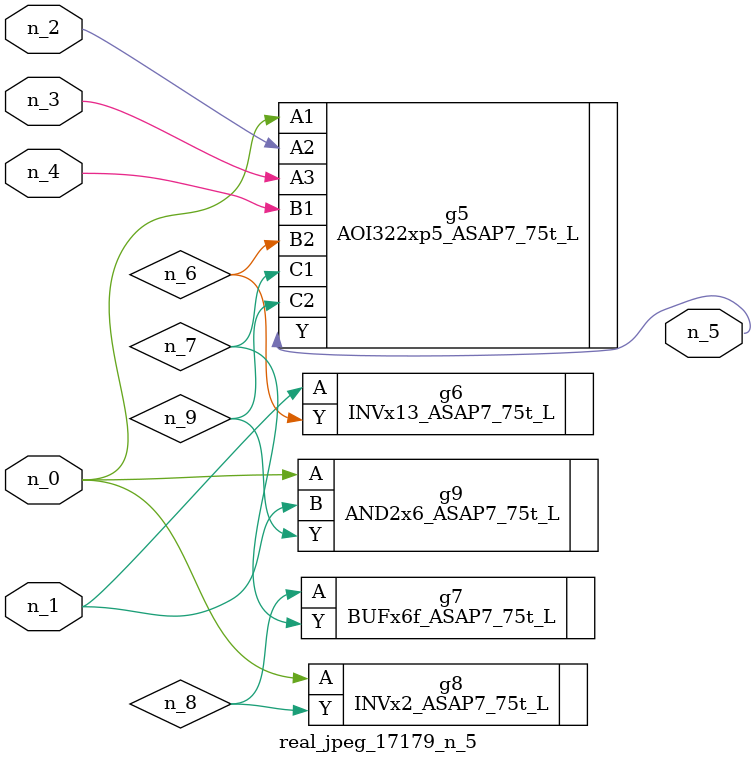
<source format=v>
module real_jpeg_17179_n_5 (n_4, n_0, n_1, n_2, n_3, n_5);

input n_4;
input n_0;
input n_1;
input n_2;
input n_3;

output n_5;

wire n_8;
wire n_6;
wire n_7;
wire n_9;

AOI322xp5_ASAP7_75t_L g5 ( 
.A1(n_0),
.A2(n_2),
.A3(n_3),
.B1(n_4),
.B2(n_6),
.C1(n_7),
.C2(n_9),
.Y(n_5)
);

INVx2_ASAP7_75t_L g8 ( 
.A(n_0),
.Y(n_8)
);

AND2x6_ASAP7_75t_L g9 ( 
.A(n_0),
.B(n_1),
.Y(n_9)
);

INVx13_ASAP7_75t_L g6 ( 
.A(n_1),
.Y(n_6)
);

BUFx6f_ASAP7_75t_L g7 ( 
.A(n_8),
.Y(n_7)
);


endmodule
</source>
